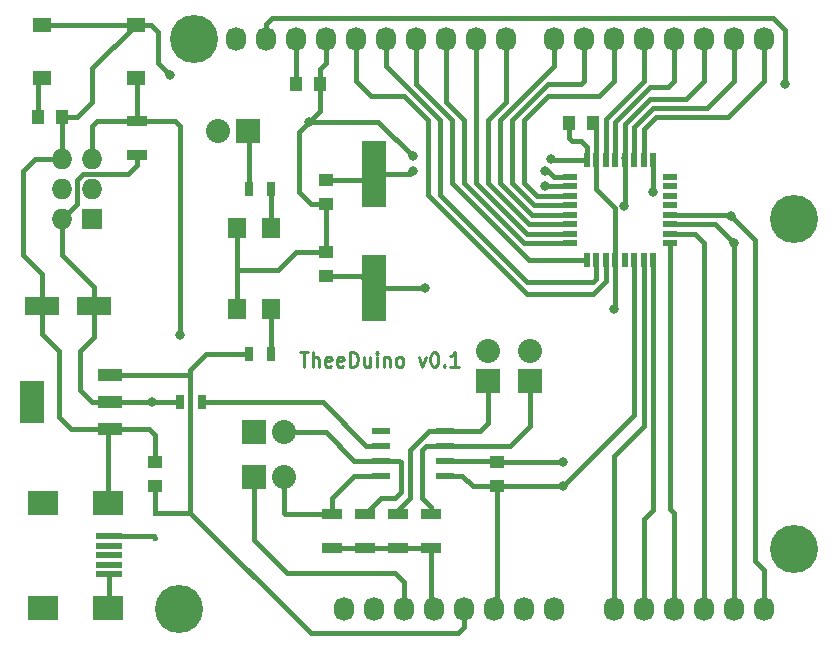
<source format=gbr>
G04 #@! TF.FileFunction,Copper,L1,Top,Signal*
%FSLAX46Y46*%
G04 Gerber Fmt 4.6, Leading zero omitted, Abs format (unit mm)*
G04 Created by KiCad (PCBNEW 4.0.3-stable) date 08/15/16 11:45:07*
%MOMM*%
%LPD*%
G01*
G04 APERTURE LIST*
%ADD10C,0.100000*%
%ADD11C,0.250000*%
%ADD12C,4.064000*%
%ADD13O,1.727200X2.032000*%
%ADD14R,1.250000X1.000000*%
%ADD15R,2.999740X1.600200*%
%ADD16R,1.000000X1.250000*%
%ADD17R,2.032000X3.657600*%
%ADD18R,2.032000X1.016000*%
%ADD19R,0.600000X1.200000*%
%ADD20R,1.200000X0.600000*%
%ADD21R,2.032000X2.032000*%
%ADD22O,2.032000X2.032000*%
%ADD23R,1.597660X1.800860*%
%ADD24R,0.450000X0.590000*%
%ADD25R,0.700000X1.300000*%
%ADD26R,1.700000X0.900000*%
%ADD27R,1.550000X1.300000*%
%ADD28R,2.100580X5.600700*%
%ADD29R,1.727200X1.727200*%
%ADD30O,1.727200X1.727200*%
%ADD31R,1.550000X0.600000*%
%ADD32R,2.301240X0.500380*%
%ADD33R,2.499360X1.998980*%
%ADD34C,0.800000*%
%ADD35C,0.400000*%
%ADD36C,0.300000*%
G04 APERTURE END LIST*
D10*
D11*
X135214572Y-102085857D02*
X135900286Y-102085857D01*
X135557429Y-103285857D02*
X135557429Y-102085857D01*
X136300286Y-103285857D02*
X136300286Y-102085857D01*
X136814572Y-103285857D02*
X136814572Y-102657286D01*
X136757429Y-102543000D01*
X136643143Y-102485857D01*
X136471715Y-102485857D01*
X136357429Y-102543000D01*
X136300286Y-102600143D01*
X137843143Y-103228714D02*
X137728857Y-103285857D01*
X137500286Y-103285857D01*
X137386000Y-103228714D01*
X137328857Y-103114429D01*
X137328857Y-102657286D01*
X137386000Y-102543000D01*
X137500286Y-102485857D01*
X137728857Y-102485857D01*
X137843143Y-102543000D01*
X137900286Y-102657286D01*
X137900286Y-102771571D01*
X137328857Y-102885857D01*
X138871714Y-103228714D02*
X138757428Y-103285857D01*
X138528857Y-103285857D01*
X138414571Y-103228714D01*
X138357428Y-103114429D01*
X138357428Y-102657286D01*
X138414571Y-102543000D01*
X138528857Y-102485857D01*
X138757428Y-102485857D01*
X138871714Y-102543000D01*
X138928857Y-102657286D01*
X138928857Y-102771571D01*
X138357428Y-102885857D01*
X139443142Y-103285857D02*
X139443142Y-102085857D01*
X139728857Y-102085857D01*
X139900285Y-102143000D01*
X140014571Y-102257286D01*
X140071714Y-102371571D01*
X140128857Y-102600143D01*
X140128857Y-102771571D01*
X140071714Y-103000143D01*
X140014571Y-103114429D01*
X139900285Y-103228714D01*
X139728857Y-103285857D01*
X139443142Y-103285857D01*
X141157428Y-102485857D02*
X141157428Y-103285857D01*
X140643142Y-102485857D02*
X140643142Y-103114429D01*
X140700285Y-103228714D01*
X140814571Y-103285857D01*
X140985999Y-103285857D01*
X141100285Y-103228714D01*
X141157428Y-103171571D01*
X141728856Y-103285857D02*
X141728856Y-102485857D01*
X141728856Y-102085857D02*
X141671713Y-102143000D01*
X141728856Y-102200143D01*
X141785999Y-102143000D01*
X141728856Y-102085857D01*
X141728856Y-102200143D01*
X142300285Y-102485857D02*
X142300285Y-103285857D01*
X142300285Y-102600143D02*
X142357428Y-102543000D01*
X142471714Y-102485857D01*
X142643142Y-102485857D01*
X142757428Y-102543000D01*
X142814571Y-102657286D01*
X142814571Y-103285857D01*
X143557428Y-103285857D02*
X143443142Y-103228714D01*
X143385999Y-103171571D01*
X143328856Y-103057286D01*
X143328856Y-102714429D01*
X143385999Y-102600143D01*
X143443142Y-102543000D01*
X143557428Y-102485857D01*
X143728856Y-102485857D01*
X143843142Y-102543000D01*
X143900285Y-102600143D01*
X143957428Y-102714429D01*
X143957428Y-103057286D01*
X143900285Y-103171571D01*
X143843142Y-103228714D01*
X143728856Y-103285857D01*
X143557428Y-103285857D01*
X145271714Y-102485857D02*
X145557428Y-103285857D01*
X145843142Y-102485857D01*
X146528857Y-102085857D02*
X146643142Y-102085857D01*
X146757428Y-102143000D01*
X146814571Y-102200143D01*
X146871714Y-102314429D01*
X146928857Y-102543000D01*
X146928857Y-102828714D01*
X146871714Y-103057286D01*
X146814571Y-103171571D01*
X146757428Y-103228714D01*
X146643142Y-103285857D01*
X146528857Y-103285857D01*
X146414571Y-103228714D01*
X146357428Y-103171571D01*
X146300285Y-103057286D01*
X146243142Y-102828714D01*
X146243142Y-102543000D01*
X146300285Y-102314429D01*
X146357428Y-102200143D01*
X146414571Y-102143000D01*
X146528857Y-102085857D01*
X147443142Y-103171571D02*
X147500285Y-103228714D01*
X147443142Y-103285857D01*
X147385999Y-103228714D01*
X147443142Y-103171571D01*
X147443142Y-103285857D01*
X148643143Y-103285857D02*
X147957428Y-103285857D01*
X148300286Y-103285857D02*
X148300286Y-102085857D01*
X148186000Y-102257286D01*
X148071714Y-102371571D01*
X147957428Y-102428714D01*
D12*
X124968000Y-123825000D03*
X177038000Y-118745000D03*
X126238000Y-75565000D03*
X177038000Y-90805000D03*
D13*
X161798000Y-123825000D03*
X164338000Y-123825000D03*
X166878000Y-123825000D03*
X169418000Y-123825000D03*
X171958000Y-123825000D03*
X174498000Y-123825000D03*
D14*
X122936000Y-113395000D03*
X122936000Y-111395000D03*
D15*
X117769640Y-98171000D03*
X113370360Y-98171000D03*
D14*
X151892000Y-111395000D03*
X151892000Y-113395000D03*
X137414000Y-87519000D03*
X137414000Y-89519000D03*
D16*
X113046000Y-82169000D03*
X115046000Y-82169000D03*
D14*
X137414000Y-95615000D03*
X137414000Y-93615000D03*
D16*
X160004000Y-82677000D03*
X158004000Y-82677000D03*
X134890000Y-79375000D03*
X136890000Y-79375000D03*
D17*
X112522000Y-106299000D03*
D18*
X119126000Y-106299000D03*
X119126000Y-104013000D03*
X119126000Y-108585000D03*
D19*
X165106000Y-85793000D03*
X164306000Y-85793000D03*
X163506000Y-85793000D03*
X162706000Y-85793000D03*
X161906000Y-85793000D03*
X161106000Y-85793000D03*
X160306000Y-85793000D03*
X159506000Y-85793000D03*
D20*
X158056000Y-87243000D03*
X158056000Y-88043000D03*
X158056000Y-88843000D03*
X158056000Y-89643000D03*
X158056000Y-90443000D03*
X158056000Y-91243000D03*
X158056000Y-92043000D03*
X158056000Y-92843000D03*
D19*
X159506000Y-94293000D03*
X160306000Y-94293000D03*
X161106000Y-94293000D03*
X161906000Y-94293000D03*
X162706000Y-94293000D03*
X163506000Y-94293000D03*
X164306000Y-94293000D03*
X165106000Y-94293000D03*
D20*
X166556000Y-92843000D03*
X166556000Y-92043000D03*
X166556000Y-91243000D03*
X166556000Y-90443000D03*
X166556000Y-89643000D03*
X166556000Y-88843000D03*
X166556000Y-88043000D03*
X166556000Y-87243000D03*
D13*
X152654000Y-75565000D03*
X150114000Y-75565000D03*
X147574000Y-75565000D03*
X145034000Y-75565000D03*
X142494000Y-75565000D03*
X139954000Y-75565000D03*
X137414000Y-75565000D03*
X134874000Y-75565000D03*
X132334000Y-75565000D03*
X129794000Y-75565000D03*
X174498000Y-75565000D03*
X171958000Y-75565000D03*
X169418000Y-75565000D03*
X166878000Y-75565000D03*
X164338000Y-75565000D03*
X161798000Y-75565000D03*
X159258000Y-75565000D03*
X156718000Y-75565000D03*
D21*
X131318000Y-108839000D03*
D22*
X133858000Y-108839000D03*
D21*
X131318000Y-112649000D03*
D22*
X133858000Y-112649000D03*
D21*
X130810000Y-83312000D03*
D22*
X128270000Y-83312000D03*
D21*
X151130000Y-104521000D03*
D22*
X151130000Y-101981000D03*
D21*
X154686000Y-104521000D03*
D22*
X154686000Y-101981000D03*
D23*
X132737860Y-98425000D03*
X129898140Y-98425000D03*
X132737860Y-91567000D03*
X129898140Y-91567000D03*
D24*
X122936000Y-115658000D03*
X122936000Y-117768000D03*
D25*
X130876000Y-102235000D03*
X132776000Y-102235000D03*
X130876000Y-88265000D03*
X132776000Y-88265000D03*
D26*
X140716000Y-118671000D03*
X140716000Y-115771000D03*
X137922000Y-118671000D03*
X137922000Y-115771000D03*
X143510000Y-115771000D03*
X143510000Y-118671000D03*
X146304000Y-115771000D03*
X146304000Y-118671000D03*
X121412000Y-85397000D03*
X121412000Y-82497000D03*
D27*
X113373000Y-74331000D03*
X121323000Y-74331000D03*
X113373000Y-78831000D03*
X121323000Y-78831000D03*
D28*
X141478000Y-86972140D03*
X141478000Y-96669860D03*
D13*
X138938000Y-123825000D03*
X141478000Y-123825000D03*
X144018000Y-123825000D03*
X146558000Y-123825000D03*
X149098000Y-123825000D03*
X151638000Y-123825000D03*
X154178000Y-123825000D03*
X156718000Y-123825000D03*
D29*
X117602000Y-90805000D03*
D30*
X115062000Y-90805000D03*
X117602000Y-88265000D03*
X115062000Y-88265000D03*
X117602000Y-85725000D03*
X115062000Y-85725000D03*
D31*
X142080000Y-108712000D03*
X142080000Y-109982000D03*
X142080000Y-111252000D03*
X142080000Y-112522000D03*
X147480000Y-112522000D03*
X147480000Y-111252000D03*
X147480000Y-109982000D03*
X147480000Y-108712000D03*
D32*
X119019320Y-117652800D03*
X119019320Y-118452900D03*
X119019320Y-119253000D03*
X119019320Y-120053100D03*
X119019320Y-120853200D03*
D33*
X118920260Y-114802920D03*
X113421160Y-114802920D03*
X118920260Y-123703080D03*
X113421160Y-123703080D03*
D25*
X125034000Y-106299000D03*
X126934000Y-106299000D03*
D34*
X136017000Y-82550000D03*
X124206000Y-78613000D03*
X156464000Y-85725000D03*
X144780000Y-85471000D03*
X157480000Y-113411000D03*
X161798000Y-98425000D03*
X122682000Y-106299000D03*
X171958000Y-92837000D03*
X176276000Y-79375000D03*
X171704000Y-90551000D03*
X157480000Y-111379000D03*
X144780000Y-86741000D03*
X155956000Y-86741000D03*
X165100000Y-88519000D03*
X125095000Y-100584000D03*
X145796000Y-96647000D03*
X155956000Y-88011000D03*
X162687000Y-89662000D03*
D35*
X119126000Y-104013000D02*
X125945000Y-104013000D01*
X125945000Y-115658000D02*
X125945000Y-104013000D01*
X125945000Y-104013000D02*
X125945000Y-103544000D01*
X125945000Y-103544000D02*
X125984000Y-103505000D01*
X127254000Y-102235000D02*
X130876000Y-102235000D01*
X125984000Y-103505000D02*
X127254000Y-102235000D01*
X149098000Y-123825000D02*
X149098000Y-125349000D01*
X125945000Y-115658000D02*
X122936000Y-115658000D01*
X136144000Y-125857000D02*
X125945000Y-115658000D01*
X148590000Y-125857000D02*
X136144000Y-125857000D01*
X149098000Y-125349000D02*
X148590000Y-125857000D01*
X122936000Y-115658000D02*
X122936000Y-113395000D01*
X121323000Y-74331000D02*
X122591000Y-74331000D01*
X123190000Y-77597000D02*
X124206000Y-78613000D01*
X123190000Y-74930000D02*
X123190000Y-77597000D01*
X122591000Y-74331000D02*
X123190000Y-74930000D01*
X136017000Y-82550000D02*
X136398000Y-82550000D01*
X136017000Y-82550000D02*
X136398000Y-82550000D01*
X136398000Y-82550000D02*
X141859000Y-82550000D01*
X156532000Y-85793000D02*
X159506000Y-85793000D01*
X156464000Y-85725000D02*
X156532000Y-85793000D01*
X141859000Y-82550000D02*
X144780000Y-85471000D01*
X163506000Y-94293000D02*
X163506000Y-107385000D01*
X163506000Y-107385000D02*
X157607000Y-113284000D01*
X157607000Y-113284000D02*
X157480000Y-113411000D01*
X157464000Y-113395000D02*
X151892000Y-113395000D01*
X157480000Y-113411000D02*
X157464000Y-113395000D01*
X151908000Y-113411000D02*
X151892000Y-113395000D01*
X159506000Y-85793000D02*
X159512000Y-85799000D01*
X129898140Y-95123000D02*
X133350000Y-95123000D01*
X134858000Y-93615000D02*
X137414000Y-93615000D01*
X133350000Y-95123000D02*
X134858000Y-93615000D01*
X129898140Y-98425000D02*
X129898140Y-95123000D01*
X129898140Y-95123000D02*
X129898140Y-91567000D01*
X115046000Y-82169000D02*
X116332000Y-82169000D01*
X116332000Y-82169000D02*
X117602000Y-80899000D01*
X117602000Y-80899000D02*
X117602000Y-78052000D01*
X117602000Y-78052000D02*
X121323000Y-74331000D01*
X113373000Y-74331000D02*
X121323000Y-74331000D01*
X115046000Y-82169000D02*
X115062000Y-82169000D01*
X137414000Y-89519000D02*
X136128000Y-89519000D01*
X135890000Y-82677000D02*
X136017000Y-82550000D01*
X135128000Y-83439000D02*
X135890000Y-82677000D01*
X135128000Y-83693000D02*
X135128000Y-83439000D01*
X135128000Y-88519000D02*
X135128000Y-83693000D01*
X136128000Y-89519000D02*
X135128000Y-88519000D01*
X136890000Y-81677000D02*
X136890000Y-79375000D01*
X136017000Y-82550000D02*
X136890000Y-81677000D01*
X119126000Y-108585000D02*
X115824000Y-108585000D01*
X113370360Y-100543360D02*
X113370360Y-98171000D01*
X114808000Y-101981000D02*
X113370360Y-100543360D01*
X114808000Y-107569000D02*
X114808000Y-101981000D01*
X115824000Y-108585000D02*
X114808000Y-107569000D01*
X113370360Y-98171000D02*
X113370360Y-95463360D01*
X112776000Y-85725000D02*
X115062000Y-85725000D01*
X111760000Y-86741000D02*
X112776000Y-85725000D01*
X111760000Y-93853000D02*
X111760000Y-86741000D01*
X113370360Y-95463360D02*
X111760000Y-93853000D01*
X115062000Y-85725000D02*
X115062000Y-82185000D01*
X115062000Y-82185000D02*
X115046000Y-82169000D01*
X159506000Y-85793000D02*
X159506000Y-84703000D01*
X159506000Y-84703000D02*
X159004000Y-84201000D01*
X159004000Y-84201000D02*
X158242000Y-84201000D01*
X158242000Y-84201000D02*
X158004000Y-83963000D01*
X158004000Y-83963000D02*
X158004000Y-82677000D01*
X122936000Y-111395000D02*
X122936000Y-109093000D01*
X122428000Y-108585000D02*
X119126000Y-108585000D01*
X122936000Y-109093000D02*
X122428000Y-108585000D01*
X118920260Y-114802920D02*
X118920260Y-108790740D01*
X118920260Y-108790740D02*
X119126000Y-108585000D01*
X119019320Y-120853200D02*
X119019320Y-123604020D01*
X119019320Y-123604020D02*
X118920260Y-123703080D01*
X151892000Y-113395000D02*
X151892000Y-123571000D01*
X151892000Y-123571000D02*
X151638000Y-123825000D01*
X147480000Y-112522000D02*
X148971000Y-112522000D01*
X149844000Y-113395000D02*
X151892000Y-113395000D01*
X148971000Y-112522000D02*
X149844000Y-113395000D01*
X136890000Y-79375000D02*
X136890000Y-78121000D01*
X136890000Y-78121000D02*
X137414000Y-77597000D01*
X137414000Y-77597000D02*
X137414000Y-75565000D01*
X137414000Y-93615000D02*
X137414000Y-89519000D01*
X121412000Y-85397000D02*
X121412000Y-86233000D01*
X121412000Y-85397000D02*
X121412000Y-85725000D01*
X121412000Y-86233000D02*
X120650000Y-86995000D01*
X120650000Y-86995000D02*
X116840000Y-86995000D01*
X116840000Y-86995000D02*
X116332000Y-87503000D01*
X116332000Y-87503000D02*
X116332000Y-89535000D01*
X116332000Y-89535000D02*
X115062000Y-90805000D01*
X161906000Y-98317000D02*
X161906000Y-94293000D01*
X161798000Y-98425000D02*
X161906000Y-98317000D01*
X160306000Y-85793000D02*
X160306000Y-88297000D01*
X160306000Y-88297000D02*
X161906000Y-89897000D01*
X161906000Y-89897000D02*
X161906000Y-94293000D01*
X119126000Y-106299000D02*
X122428000Y-106299000D01*
X122428000Y-106299000D02*
X122682000Y-106299000D01*
X122682000Y-106299000D02*
X125034000Y-106299000D01*
X146304000Y-118671000D02*
X146304000Y-121031000D01*
X137922000Y-118671000D02*
X140716000Y-118671000D01*
X140716000Y-118671000D02*
X143510000Y-118671000D01*
X115062000Y-93853000D02*
X115062000Y-90805000D01*
X143510000Y-118671000D02*
X146304000Y-118671000D01*
X160306000Y-85793000D02*
X160306000Y-82979000D01*
X160306000Y-82979000D02*
X160004000Y-82677000D01*
X160306000Y-82979000D02*
X160004000Y-82677000D01*
X160306000Y-82979000D02*
X160004000Y-82677000D01*
X117769640Y-96560640D02*
X115062000Y-93853000D01*
X146304000Y-121031000D02*
X146304000Y-123571000D01*
X146304000Y-123571000D02*
X146558000Y-123825000D01*
X117769640Y-98171000D02*
X117769640Y-96560640D01*
X117769640Y-98171000D02*
X117769640Y-100797360D01*
X117602000Y-106299000D02*
X119126000Y-106299000D01*
X116586000Y-105283000D02*
X117602000Y-106299000D01*
X116586000Y-101981000D02*
X116586000Y-105283000D01*
X117769640Y-100797360D02*
X116586000Y-101981000D01*
X164306000Y-94293000D02*
X164306000Y-108363000D01*
X161798000Y-110871000D02*
X161798000Y-123825000D01*
X164306000Y-108363000D02*
X161798000Y-110871000D01*
X165106000Y-94293000D02*
X165106000Y-115437000D01*
X164338000Y-116205000D02*
X164338000Y-123825000D01*
X165106000Y-115437000D02*
X164338000Y-116205000D01*
X166556000Y-92843000D02*
X166556000Y-115375000D01*
X166878000Y-115697000D02*
X166878000Y-123825000D01*
X166556000Y-115375000D02*
X166878000Y-115697000D01*
X166556000Y-92043000D02*
X168624000Y-92043000D01*
X168624000Y-92043000D02*
X169418000Y-92837000D01*
X169418000Y-92837000D02*
X169418000Y-123825000D01*
X132334000Y-75565000D02*
X132334000Y-74295000D01*
X132334000Y-74295000D02*
X132842000Y-73787000D01*
X166556000Y-91243000D02*
X170364000Y-91243000D01*
X171958000Y-92837000D02*
X171958000Y-123825000D01*
X132842000Y-73787000D02*
X175260000Y-73787000D01*
X170364000Y-91243000D02*
X171958000Y-92837000D01*
X176276000Y-74803000D02*
X176276000Y-79375000D01*
X175260000Y-73787000D02*
X176276000Y-74803000D01*
X166556000Y-90443000D02*
X171596000Y-90443000D01*
X171596000Y-90443000D02*
X171704000Y-90551000D01*
X174498000Y-123825000D02*
X174498000Y-120523000D01*
X174498000Y-120523000D02*
X173736000Y-119761000D01*
X173736000Y-119761000D02*
X173736000Y-92583000D01*
X173736000Y-92583000D02*
X171704000Y-90551000D01*
D36*
X166664000Y-90551000D02*
X166556000Y-90443000D01*
D35*
X157464000Y-111395000D02*
X151892000Y-111395000D01*
X157480000Y-111379000D02*
X157464000Y-111395000D01*
X147480000Y-111252000D02*
X151749000Y-111252000D01*
X151749000Y-111252000D02*
X151892000Y-111395000D01*
X158056000Y-87243000D02*
X156712000Y-87243000D01*
X144548860Y-86972140D02*
X141478000Y-86972140D01*
X144780000Y-86741000D02*
X144548860Y-86972140D01*
X156210000Y-86741000D02*
X155956000Y-86741000D01*
X156712000Y-87243000D02*
X156210000Y-86741000D01*
X137414000Y-87519000D02*
X140931140Y-87519000D01*
X140931140Y-87519000D02*
X141478000Y-86972140D01*
X165106000Y-88513000D02*
X165106000Y-85793000D01*
X165100000Y-88519000D02*
X165106000Y-88513000D01*
X121412000Y-82497000D02*
X124661000Y-82497000D01*
X125095000Y-82931000D02*
X125095000Y-100584000D01*
X124661000Y-82497000D02*
X125095000Y-82931000D01*
X144018000Y-123825000D02*
X144018000Y-121539000D01*
X144018000Y-121539000D02*
X143256000Y-120777000D01*
X143256000Y-120777000D02*
X134112000Y-120777000D01*
X134112000Y-120777000D02*
X131318000Y-117983000D01*
X131318000Y-117983000D02*
X131318000Y-112649000D01*
X121412000Y-82497000D02*
X121412000Y-78920000D01*
X121412000Y-78920000D02*
X121323000Y-78831000D01*
X113046000Y-82169000D02*
X113046000Y-79158000D01*
X113046000Y-79158000D02*
X113373000Y-78831000D01*
X117602000Y-85725000D02*
X117602000Y-82931000D01*
X117602000Y-82931000D02*
X118036000Y-82497000D01*
X118036000Y-82497000D02*
X121412000Y-82497000D01*
X158056000Y-88043000D02*
X155988000Y-88043000D01*
X145773140Y-96669860D02*
X141478000Y-96669860D01*
X145796000Y-96647000D02*
X145773140Y-96669860D01*
X155988000Y-88043000D02*
X155956000Y-88011000D01*
X137414000Y-95615000D02*
X140423140Y-95615000D01*
X140423140Y-95615000D02*
X141478000Y-96669860D01*
X134890000Y-79375000D02*
X134890000Y-75581000D01*
X134890000Y-75581000D02*
X134874000Y-75565000D01*
X119019320Y-117652800D02*
X122820800Y-117652800D01*
X122820800Y-117652800D02*
X122936000Y-117768000D01*
X160306000Y-94293000D02*
X160306000Y-95853000D01*
X142494000Y-77851000D02*
X142494000Y-75565000D01*
X142748000Y-78105000D02*
X142494000Y-77851000D01*
X147066000Y-82423000D02*
X142748000Y-78105000D01*
X147066000Y-88773000D02*
X147066000Y-82423000D01*
X154432000Y-96139000D02*
X147066000Y-88773000D01*
X160020000Y-96139000D02*
X154432000Y-96139000D01*
X160306000Y-95853000D02*
X160020000Y-96139000D01*
X161106000Y-94293000D02*
X161106000Y-96069000D01*
X139954000Y-79121000D02*
X139954000Y-75565000D01*
X141224000Y-80391000D02*
X139954000Y-79121000D01*
X144018000Y-80391000D02*
X141224000Y-80391000D01*
X146050000Y-82423000D02*
X144018000Y-80391000D01*
X146050000Y-88773000D02*
X146050000Y-82423000D01*
X154432000Y-97155000D02*
X146050000Y-88773000D01*
X160020000Y-97155000D02*
X154432000Y-97155000D01*
X161106000Y-96069000D02*
X160020000Y-97155000D01*
X159506000Y-94293000D02*
X154618000Y-94293000D01*
X145034000Y-79375000D02*
X145034000Y-75565000D01*
X148082000Y-82423000D02*
X145034000Y-79375000D01*
X148082000Y-87757000D02*
X148082000Y-82423000D01*
X154618000Y-94293000D02*
X148082000Y-87757000D01*
X142080000Y-111252000D02*
X143637000Y-111252000D01*
X142060000Y-114427000D02*
X140716000Y-115771000D01*
X143256000Y-114427000D02*
X142060000Y-114427000D01*
X143764000Y-113919000D02*
X143256000Y-114427000D01*
X143764000Y-111379000D02*
X143764000Y-113919000D01*
X143637000Y-111252000D02*
X143764000Y-111379000D01*
X140896000Y-115771000D02*
X140716000Y-115771000D01*
X140716000Y-115771000D02*
X140896000Y-115771000D01*
X142080000Y-111252000D02*
X139827000Y-111252000D01*
X137414000Y-108839000D02*
X133858000Y-108839000D01*
X139827000Y-111252000D02*
X137414000Y-108839000D01*
X133858000Y-112649000D02*
X133858000Y-115697000D01*
X133932000Y-115771000D02*
X137922000Y-115771000D01*
X133858000Y-115697000D02*
X133932000Y-115771000D01*
X142080000Y-112522000D02*
X139827000Y-112522000D01*
X137922000Y-114427000D02*
X137922000Y-115771000D01*
X139827000Y-112522000D02*
X137922000Y-114427000D01*
X147480000Y-109982000D02*
X145923000Y-109982000D01*
X146304000Y-115189000D02*
X146304000Y-115771000D01*
X145542000Y-114427000D02*
X146304000Y-115189000D01*
X145542000Y-110363000D02*
X145542000Y-114427000D01*
X145923000Y-109982000D02*
X145542000Y-110363000D01*
X147480000Y-109982000D02*
X153035000Y-109982000D01*
X154686000Y-108331000D02*
X154686000Y-104521000D01*
X153035000Y-109982000D02*
X154686000Y-108331000D01*
X147480000Y-108712000D02*
X146177000Y-108712000D01*
X144526000Y-114427000D02*
X143510000Y-115443000D01*
X144526000Y-110363000D02*
X144526000Y-114427000D01*
X146177000Y-108712000D02*
X144526000Y-110363000D01*
X143510000Y-115443000D02*
X143510000Y-115771000D01*
X143510000Y-115443000D02*
X143510000Y-115771000D01*
X147480000Y-108712000D02*
X150495000Y-108712000D01*
X151130000Y-108077000D02*
X151130000Y-104521000D01*
X150495000Y-108712000D02*
X151130000Y-108077000D01*
X164306000Y-85793000D02*
X164306000Y-83217000D01*
X174498000Y-79121000D02*
X174498000Y-75565000D01*
X171450000Y-82169000D02*
X174498000Y-79121000D01*
X165354000Y-82169000D02*
X171450000Y-82169000D01*
X164306000Y-83217000D02*
X165354000Y-82169000D01*
X163506000Y-85793000D02*
X163506000Y-83001000D01*
X171958000Y-79121000D02*
X171958000Y-75565000D01*
X169672000Y-81407000D02*
X171958000Y-79121000D01*
X165100000Y-81407000D02*
X169672000Y-81407000D01*
X163506000Y-83001000D02*
X165100000Y-81407000D01*
X162706000Y-89643000D02*
X162706000Y-85793000D01*
X162687000Y-89662000D02*
X162706000Y-89643000D01*
X162706000Y-85793000D02*
X162706000Y-82785000D01*
X169418000Y-79121000D02*
X169418000Y-75565000D01*
X167894000Y-80645000D02*
X169418000Y-79121000D01*
X164846000Y-80645000D02*
X167894000Y-80645000D01*
X162706000Y-82785000D02*
X164846000Y-80645000D01*
D36*
X162706000Y-85793000D02*
X162560000Y-85647000D01*
D35*
X161906000Y-85793000D02*
X161906000Y-82569000D01*
X166878000Y-79121000D02*
X166878000Y-75565000D01*
X166370000Y-79629000D02*
X166878000Y-79121000D01*
X164846000Y-79629000D02*
X166370000Y-79629000D01*
X161906000Y-82569000D02*
X164846000Y-79629000D01*
X161106000Y-85793000D02*
X161106000Y-82353000D01*
X164338000Y-79121000D02*
X164338000Y-75565000D01*
X161106000Y-82353000D02*
X164338000Y-79121000D01*
X158056000Y-88843000D02*
X155264000Y-88843000D01*
X161798000Y-79121000D02*
X161798000Y-75565000D01*
X160528000Y-80391000D02*
X161798000Y-79121000D01*
X156210000Y-80391000D02*
X160528000Y-80391000D01*
X154178000Y-82423000D02*
X156210000Y-80391000D01*
X154178000Y-87757000D02*
X154178000Y-82423000D01*
X155264000Y-88843000D02*
X154178000Y-87757000D01*
X158056000Y-89643000D02*
X155048000Y-89643000D01*
X159258000Y-79121000D02*
X159258000Y-75565000D01*
X159004000Y-79375000D02*
X159258000Y-79121000D01*
X156210000Y-79375000D02*
X159004000Y-79375000D01*
X153162000Y-82423000D02*
X156210000Y-79375000D01*
X153162000Y-87757000D02*
X153162000Y-82423000D01*
X155048000Y-89643000D02*
X153162000Y-87757000D01*
X158056000Y-90443000D02*
X154832000Y-90443000D01*
X156718000Y-77851000D02*
X156718000Y-75565000D01*
X155448000Y-79121000D02*
X156718000Y-77851000D01*
X152146000Y-82423000D02*
X155448000Y-79121000D01*
X152146000Y-87757000D02*
X152146000Y-82423000D01*
X154832000Y-90443000D02*
X152146000Y-87757000D01*
X158056000Y-91243000D02*
X154616000Y-91243000D01*
X154616000Y-91243000D02*
X151130000Y-87757000D01*
X151130000Y-87757000D02*
X151130000Y-82423000D01*
X151130000Y-82423000D02*
X152654000Y-80899000D01*
X152654000Y-80899000D02*
X152654000Y-75565000D01*
X158056000Y-92043000D02*
X154400000Y-92043000D01*
X154400000Y-92043000D02*
X150114000Y-87757000D01*
X150114000Y-87757000D02*
X150114000Y-75565000D01*
X158056000Y-92843000D02*
X154184000Y-92843000D01*
X154184000Y-92843000D02*
X149098000Y-87757000D01*
X149098000Y-87757000D02*
X149098000Y-82423000D01*
X149098000Y-82423000D02*
X147574000Y-80899000D01*
X147574000Y-80899000D02*
X147574000Y-75565000D01*
X130876000Y-88265000D02*
X130876000Y-83378000D01*
X130876000Y-83378000D02*
X130810000Y-83312000D01*
X132776000Y-102235000D02*
X132776000Y-98463140D01*
X132776000Y-98463140D02*
X132737860Y-98425000D01*
X132737860Y-91567000D02*
X132737860Y-88303140D01*
X132737860Y-88303140D02*
X132776000Y-88265000D01*
X142080000Y-109982000D02*
X140843000Y-109982000D01*
X137160000Y-106299000D02*
X126934000Y-106299000D01*
X140843000Y-109982000D02*
X137160000Y-106299000D01*
M02*

</source>
